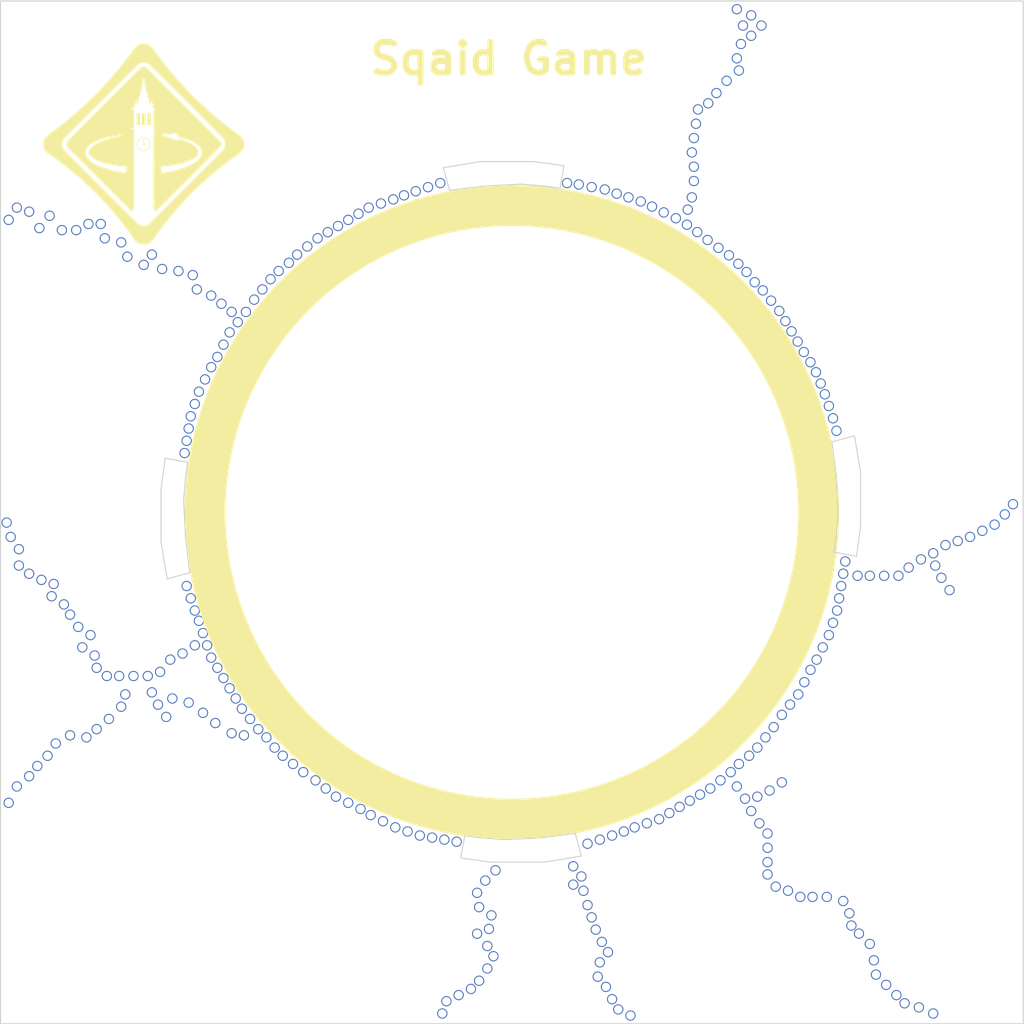
<source format=kicad_pcb>
(kicad_pcb (version 20240108) (generator "pcbnew") (generator_version "8.0")
  (layers (0 "F.Cu" signal) (31 "B.Cu" signal) (34 "B.Paste" user) (35 "F.Paste" user) (36 "B.SilkS" user "B.Silkscreen") (37 "F.SilkS" user "F.Silkscreen") (38 "B.Mask" user) (39 "F.Mask" user) (44 "Edge.Cuts" user))
  (net 0 "")
  (footprint "LOGO" (layer "F.Cu") (at 88.999608 89.704681)
    (property "Reference" "G***" (hide yes))
    (property "Value" "LOGO" (hide yes))
  )
  (gr_circle (center 106.999608 107.704681) (end 121.999608 107.704681) (stroke (width 2)) (fill none) (layer "F.SilkS"))
  (gr_line (start 91.049608 105.954681) (end 91.149608 105.254681) (stroke (width 0.05)) (layer "Edge.Cuts"))
  (gr_line (start 90.149608 110.954681) (end 91.249608 110.654681) (stroke (width 0.05)) (layer "Edge.Cuts"))
  (gr_line (start 122.949608 107.754681) (end 122.849608 108.954681) (stroke (width 0.05)) (layer "Edge.Cuts"))
  (gr_line (start 105.449608 90.554681) (end 103.649608 90.854681) (stroke (width 0.05)) (layer "Edge.Cuts"))
  (gr_line (start 122.849608 105.954681) (end 122.949608 107.754681) (stroke (width 0.05)) (layer "Edge.Cuts"))
  (gr_line (start 122.649608 104.254681) (end 122.849608 105.954681) (stroke (width 0.05)) (layer "Edge.Cuts"))
  (gr_line (start 89.849608 109.154681) (end 90.149608 110.954681) (stroke (width 0.05)) (layer "Edge.Cuts"))
  (gr_line (start 105.649608 91.754681) (end 107.449608 91.654681) (stroke (width 0.05)) (layer "Edge.Cuts"))
  (gr_line (start 110.099608 123.404681) (end 108.399608 123.604681) (stroke (width 0.05)) (layer "Edge.Cuts"))
  (gr_line (start 107.449608 91.654681) (end 108.649608 91.754681) (stroke (width 0.05)) (layer "Edge.Cuts"))
  (gr_line (start 106.599608 123.704681) (end 105.399608 123.604681) (stroke (width 0.05)) (layer "Edge.Cuts"))
  (gr_line (start 122.849608 108.954681) (end 122.749608 109.654681) (stroke (width 0.05)) (layer "Edge.Cuts"))
  (gr_line (start 131.999608 82.704681) (end 131.999608 132.704681) (stroke (width 0.05)) (layer "Edge.Cuts"))
  (gr_line (start 108.049608 90.554681) (end 105.449608 90.554681) (stroke (width 0.05)) (layer "Edge.Cuts"))
  (gr_line (start 108.649608 91.754681) (end 109.349608 91.854681) (stroke (width 0.05)) (layer "Edge.Cuts"))
  (gr_line (start 91.249608 110.654681) (end 91.049608 108.954681) (stroke (width 0.05)) (layer "Edge.Cuts"))
  (gr_line (start 123.749608 103.954681) (end 122.649608 104.254681) (stroke (width 0.05)) (layer "Edge.Cuts"))
  (gr_line (start 122.749608 109.654681) (end 123.849608 109.854681) (stroke (width 0.05)) (layer "Edge.Cuts"))
  (gr_line (start 124.049608 108.354681) (end 124.049608 105.754681) (stroke (width 0.05)) (layer "Edge.Cuts"))
  (gr_line (start 90.949608 107.154681) (end 91.049608 105.954681) (stroke (width 0.05)) (layer "Edge.Cuts"))
  (gr_line (start 91.149608 105.254681) (end 90.049608 105.054681) (stroke (width 0.05)) (layer "Edge.Cuts"))
  (gr_line (start 131.999608 82.704681) (end 81.999608 82.704681) (stroke (width 0.05)) (layer "Edge.Cuts"))
  (gr_line (start 81.999608 82.704681) (end 81.999608 132.704681) (stroke (width 0.05)) (layer "Edge.Cuts"))
  (gr_line (start 105.999608 124.804681) (end 108.599608 124.804681) (stroke (width 0.05)) (layer "Edge.Cuts"))
  (gr_line (start 131.999608 132.704681) (end 81.999608 132.704681) (stroke (width 0.05)) (layer "Edge.Cuts"))
  (gr_line (start 104.699608 123.504681) (end 104.499608 124.604681) (stroke (width 0.05)) (layer "Edge.Cuts"))
  (gr_line (start 109.549608 90.754681) (end 108.049608 90.554681) (stroke (width 0.05)) (layer "Edge.Cuts"))
  (gr_line (start 108.399608 123.604681) (end 106.599608 123.704681) (stroke (width 0.05)) (layer "Edge.Cuts"))
  (gr_line (start 103.949608 91.954681) (end 105.649608 91.754681) (stroke (width 0.05)) (layer "Edge.Cuts"))
  (gr_line (start 123.849608 109.854681) (end 124.049608 108.354681) (stroke (width 0.05)) (layer "Edge.Cuts"))
  (gr_line (start 90.049608 105.054681) (end 89.849608 106.554681) (stroke (width 0.05)) (layer "Edge.Cuts"))
  (gr_line (start 105.399608 123.604681) (end 104.699608 123.504681) (stroke (width 0.05)) (layer "Edge.Cuts"))
  (gr_line (start 104.499608 124.604681) (end 105.999608 124.804681) (stroke (width 0.05)) (layer "Edge.Cuts"))
  (gr_line (start 91.049608 108.954681) (end 90.949608 107.154681) (stroke (width 0.05)) (layer "Edge.Cuts"))
  (gr_line (start 89.849608 106.554681) (end 89.849608 109.154681) (stroke (width 0.05)) (layer "Edge.Cuts"))
  (gr_line (start 110.399608 124.504681) (end 110.099608 123.404681) (stroke (width 0.05)) (layer "Edge.Cuts"))
  (gr_line (start 103.649608 90.854681) (end 103.949608 91.954681) (stroke (width 0.05)) (layer "Edge.Cuts"))
  (gr_line (start 124.049608 105.754681) (end 123.749608 103.954681) (stroke (width 0.05)) (layer "Edge.Cuts"))
  (gr_line (start 109.349608 91.854681) (end 109.549608 90.754681) (stroke (width 0.05)) (layer "Edge.Cuts"))
  (gr_line (start 108.599608 124.804681) (end 110.399608 124.504681) (stroke (width 0.05)) (layer "Edge.Cuts"))
  (gr_text "Sqaid Game" (at 99.899608 86.404681 0) (layer "F.SilkS") (effects (font (size 1.5 1.5) (thickness 0.3) (bold yes)) (justify left bottom)))
  (via (at 110.899608 127.504681) (size 0.5) (drill 0.4) (layers "F.Cu" "B.Cu") (net 0))
  (via (at 116.064542 94.001779) (size 0.5) (drill 0.4) (layers "F.Cu" "B.Cu") (net 0))
  (via (at 92.299608 114.804681) (size 0.5) (drill 0.4) (layers "F.Cu" "B.Cu") (net 0))
  (via (at 102.899608 91.804681) (size 0.5) (drill 0.4) (layers "F.Cu" "B.Cu") (net 0))
  (via (at 110.699608 126.904681) (size 0.5) (drill 0.4) (layers "F.Cu" "B.Cu") (net 0))
  (via (at 112.122647 92.122149) (size 0.5) (drill 0.4) (layers "F.Cu" "B.Cu") (net 0))
  (via (at 123.199608 110.704681) (size 0.5) (drill 0.4) (layers "F.Cu" "B.Cu") (net 0))
  (via (at 83.399608 120.604681) (size 0.5) (drill 0.4) (layers "F.Cu" "B.Cu") (net 0))
  (via (at 112.999608 123.104681) (size 0.5) (drill 0.4) (layers "F.Cu" "B.Cu") (net 0))
  (via (at 111.099608 128.104681) (size 0.5) (drill 0.4) (layers "F.Cu" "B.Cu") (net 0))
  (via (at 98.999608 93.404681) (size 0.5) (drill 0.4) (layers "F.Cu" "B.Cu") (net 0))
  (via (at 115.799608 90.104681) (size 0.5) (drill 0.4) (layers "F.Cu" "B.Cu") (net 0))
  (via (at 128.199608 109.304681) (size 0.5) (drill 0.4) (layers "F.Cu" "B.Cu") (net 0))
  (via (at 86.699608 118.304681) (size 0.5) (drill 0.4) (layers "F.Cu" "B.Cu") (net 0))
  (via (at 116.599608 87.704681) (size 0.5) (drill 0.4) (layers "F.Cu" "B.Cu") (net 0))
  (via (at 122.699608 103.104681) (size 0.5) (drill 0.4) (layers "F.Cu" "B.Cu") (net 0))
  (via (at 98.499608 93.704681) (size 0.5) (drill 0.4) (layers "F.Cu" "B.Cu") (net 0))
  (via (at 111.299608 123.704681) (size 0.5) (drill 0.4) (layers "F.Cu" "B.Cu") (net 0))
  (via (at 117.499608 86.604681) (size 0.5) (drill 0.4) (layers "F.Cu" "B.Cu") (net 0))
  (via (at 115.899608 90.804681) (size 0.5) (drill 0.4) (layers "F.Cu" "B.Cu") (net 0))
  (via (at 118.099608 86.104681) (size 0.5) (drill 0.4) (layers "F.Cu" "B.Cu") (net 0))
  (via (at 109.999608 125.904681) (size 0.5) (drill 0.4) (layers "F.Cu" "B.Cu") (net 0))
  (via (at 112.699608 92.304681) (size 0.5) (drill 0.4) (layers "F.Cu" "B.Cu") (net 0))
  (via (at 92.899608 99.504681) (size 0.5) (drill 0.4) (layers "F.Cu" "B.Cu") (net 0))
  (via (at 82.899608 110.304681) (size 0.5) (drill 0.4) (layers "F.Cu" "B.Cu") (net 0))
  (via (at 120.199608 117.604681) (size 0.5) (drill 0.4) (layers "F.Cu" "B.Cu") (net 0))
  (via (at 82.799608 121.104681) (size 0.5) (drill 0.4) (layers "F.Cu" "B.Cu") (net 0))
  (via (at 106.199608 125.204681) (size 0.5) (drill 0.4) (layers "F.Cu" "B.Cu") (net 0))
  (via (at 84.999608 93.904681) (size 0.5) (drill 0.4) (layers "F.Cu" "B.Cu") (net 0))
  (via (at 116.999608 87.204681) (size 0.5) (drill 0.4) (layers "F.Cu" "B.Cu") (net 0))
  (via (at 100.599608 92.604681) (size 0.5) (drill 0.4) (layers "F.Cu" "B.Cu") (net 0))
  (via (at 85.099608 112.204681) (size 0.5) (drill 0.4) (layers "F.Cu" "B.Cu") (net 0))
  (via (at 89.199608 115.704681) (size 0.5) (drill 0.4) (layers "F.Cu" "B.Cu") (net 0))
  (via (at 105.879584 128.069686) (size 0.5) (drill 0.4) (layers "F.Cu" "B.Cu") (net 0))
  (via (at 102.499608 123.504681) (size 0.5) (drill 0.4) (layers "F.Cu" "B.Cu") (net 0))
  (via (at 105.799608 128.904681) (size 0.5) (drill 0.4) (layers "F.Cu" "B.Cu") (net 0))
  (via (at 109.999608 125.004681) (size 0.5) (drill 0.4) (layers "F.Cu" "B.Cu") (net 0))
  (via (at 98.399608 121.604681) (size 0.5) (drill 0.4) (layers "F.Cu" "B.Cu") (net 0))
  (via (at 86.699608 115.304681) (size 0.5) (drill 0.4) (layers "F.Cu" "B.Cu") (net 0))
  (via (at 91.199608 117.004681) (size 0.5) (drill 0.4) (layers "F.Cu" "B.Cu") (net 0))
  (via (at 93.199608 116.304681) (size 0.5) (drill 0.4) (layers "F.Cu" "B.Cu") (net 0))
  (via (at 93.599608 98.404681) (size 0.5) (drill 0.4) (layers "F.Cu" "B.Cu") (net 0))
  (via (at 127.599608 132.204681) (size 0.5) (drill 0.4) (layers "F.Cu" "B.Cu") (net 0))
  (via (at 92.599608 115.304681) (size 0.5) (drill 0.4) (layers "F.Cu" "B.Cu") (net 0))
  (via (at 101.299608 123.104681) (size 0.5) (drill 0.4) (layers "F.Cu" "B.Cu") (net 0))
  (via (at 121.099608 126.504681) (size 0.5) (drill 0.4) (layers "F.Cu" "B.Cu") (net 0))
  (via (at 96.499608 95.104681) (size 0.5) (drill 0.4) (layers "F.Cu" "B.Cu") (net 0))
  (via (at 131.099608 107.804681) (size 0.5) (drill 0.4) (layers "F.Cu" "B.Cu") (net 0))
  (via (at 126.399608 110.404681) (size 0.5) (drill 0.4) (layers "F.Cu" "B.Cu") (net 0))
  (via (at 86.899608 93.604681) (size 0.5) (drill 0.4) (layers "F.Cu" "B.Cu") (net 0))
  (via (at 120.999608 116.604681) (size 0.5) (drill 0.4) (layers "F.Cu" "B.Cu") (net 0))
  (via (at 97.999608 94.004681) (size 0.5) (drill 0.4) (layers "F.Cu" "B.Cu") (net 0))
  (via (at 91.999608 101.204681) (size 0.5) (drill 0.4) (layers "F.Cu" "B.Cu") (net 0))
  (via (at 112.47415 123.306236) (size 0.5) (drill 0.4) (layers "F.Cu" "B.Cu") (net 0))
  (via (at 124.699608 129.604681) (size 0.5) (drill 0.4) (layers "F.Cu" "B.Cu") (net 0))
  (via (at 117.09948 94.772909) (size 0.5) (drill 0.4) (layers "F.Cu" "B.Cu") (net 0))
  (via (at 84.499608 111.804681) (size 0.5) (drill 0.4) (layers "F.Cu" "B.Cu") (net 0))
  (via (at 85.799608 113.304681) (size 0.5) (drill 0.4) (layers "F.Cu" "B.Cu") (net 0))
  (via (at 111.699608 129.204681) (size 0.5) (drill 0.4) (layers "F.Cu" "B.Cu") (net 0))
  (via (at 94.599608 118.304681) (size 0.5) (drill 0.4) (layers "F.Cu" "B.Cu") (net 0))
  (via (at 105.399608 127.004681) (size 0.5) (drill 0.4) (layers "F.Cu" "B.Cu") (net 0))
  (via (at 122.699608 113.104681) (size 0.5) (drill 0.4) (layers "F.Cu" "B.Cu") (net 0))
  (via (at 99.599608 122.204681) (size 0.5) (drill 0.4) (layers "F.Cu" "B.Cu") (net 0))
  (via (at 87.199608 115.704681) (size 0.5) (drill 0.4) (layers "F.Cu" "B.Cu") (net 0))
  (via (at 86.399608 113.704681) (size 0.5) (drill 0.4) (layers "F.Cu" "B.Cu") (net 0))
  (via (at 82.799608 92.804681) (size 0.5) (drill 0.4) (layers "F.Cu" "B.Cu") (net 0))
  (via (at 92.499608 118.004681) (size 0.5) (drill 0.4) (layers "F.Cu" "B.Cu") (net 0))
  (via (at 89.699608 117.104681) (size 0.5) (drill 0.4) (layers "F.Cu" "B.Cu") (net 0))
  (via (at 121.27323 99.865106) (size 0.5) (drill 0.4) (layers "F.Cu" "B.Cu") (net 0))
  (via (at 99.999608 92.804681) (size 0.5) (drill 0.4) (layers "F.Cu" "B.Cu") (net 0))
  (via (at 82.899608 109.504681) (size 0.5) (drill 0.4) (layers "F.Cu" "B.Cu") (net 0))
  (via (at 122.301163 101.930139) (size 0.5) (drill 0.4) (layers "F.Cu" "B.Cu") (net 0))
  (via (at 115.899608 89.404681) (size 0.5) (drill 0.4) (layers "F.Cu" "B.Cu") (net 0))
  (via (at 91.599608 96.804681) (size 0.5) (drill 0.4) (layers "F.Cu" "B.Cu") (net 0))
  (via (at 90.999608 104.804681) (size 0.5) (drill 0.4) (layers "F.Cu" "B.Cu") (net 0))
  (via (at 118.699608 84.404681) (size 0.5) (drill 0.4) (layers "F.Cu" "B.Cu") (net 0))
  (via (at 105.699608 125.704681) (size 0.5) (drill 0.4) (layers "F.Cu" "B.Cu") (net 0))
  (via (at 118.299608 83.904681) (size 0.5) (drill 0.4) (layers "F.Cu" "B.Cu") (net 0))
  (via (at 89.399608 95.104681) (size 0.5) (drill 0.4) (layers "F.Cu" "B.Cu") (net 0))
  (via (at 117.199608 120.804681) (size 0.5) (drill 0.4) (layers "F.Cu" "B.Cu") (net 0))
  (via (at 122.870345 103.715128) (size 0.5) (drill 0.4) (layers "F.Cu" "B.Cu") (net 0))
  (via (at 119.271554 96.853314) (size 0.5) (drill 0.4) (layers "F.Cu" "B.Cu") (net 0))
  (via (at 125.799608 131.304681) (size 0.5) (drill 0.4) (layers "F.Cu" "B.Cu") (net 0))
  (via (at 94.199608 117.804681) (size 0.5) (drill 0.4) (layers "F.Cu" "B.Cu") (net 0))
  (via (at 95.199608 96.304681) (size 0.5) (drill 0.4) (layers "F.Cu" "B.Cu") (net 0))
  (via (at 124.499608 128.804681) (size 0.5) (drill 0.4) (layers "F.Cu" "B.Cu") (net 0))
  (via (at 104.399608 131.304681) (size 0.5) (drill 0.4) (layers "F.Cu" "B.Cu") (net 0))
  (via (at 91.099608 104.204681) (size 0.5) (drill 0.4) (layers "F.Cu" "B.Cu") (net 0))
  (via (at 91.499608 112.504681) (size 0.5) (drill 0.4) (layers "F.Cu" "B.Cu") (net 0))
  (via (at 92.799608 97.504681) (size 0.5) (drill 0.4) (layers "F.Cu" "B.Cu") (net 0))
  (via (at 114.699608 122.404681) (size 0.5) (drill 0.4) (layers "F.Cu" "B.Cu") (net 0))
  (via (at 92.099608 114.204681) (size 0.5) (drill 0.4) (layers "F.Cu" "B.Cu") (net 0))
  (via (at 116.569328 94.387344) (size 0.5) (drill 0.4) (layers "F.Cu" "B.Cu") (net 0))
  (via (at 122.199608 114.304681) (size 0.5) (drill 0.4) (layers "F.Cu" "B.Cu") (net 0))
  (via (at 95.799608 119.604681) (size 0.5) (drill 0.4) (layers "F.Cu" "B.Cu") (net 0))
  (via (at 115.559756 93.64158) (size 0.5) (drill 0.4) (layers "F.Cu" "B.Cu") (net 0))
  (via (at 128.799608 109.104681) (size 0.5) (drill 0.4) (layers "F.Cu" "B.Cu") (net 0))
  (via (at 119.499608 125.404681) (size 0.5) (drill 0.4) (layers "F.Cu" "B.Cu") (net 0))
  (via (at 85.399608 118.604681) (size 0.5) (drill 0.4) (layers "F.Cu" "B.Cu") (net 0))
  (via (at 91.499608 102.404681) (size 0.5) (drill 0.4) (layers "F.Cu" "B.Cu") (net 0))
  (via (at 111.541763 91.91922) (size 0.5) (drill 0.4) (layers "F.Cu" "B.Cu") (net 0))
  (via (at 120.499608 126.204681) (size 0.5) (drill 0.4) (layers "F.Cu" "B.Cu") (net 0))
  (via (at 119.899608 126.004681) (size 0.5) (drill 0.4) (layers "F.Cu" "B.Cu") (net 0))
  (via (at 118.599608 119.604681) (size 0.5) (drill 0.4) (layers "F.Cu" "B.Cu") (net 0))
  (via (at 116.699608 121.204681) (size 0.5) (drill 0.4) (layers "F.Cu" "B.Cu") (net 0))
  (via (at 110.499608 126.204681) (size 0.5) (drill 0.4) (layers "F.Cu" "B.Cu") (net 0))
  (via (at 105.299608 128.304681) (size 0.5) (drill 0.4) (layers "F.Cu" "B.Cu") (net 0))
  (via (at 116.199608 121.504681) (size 0.5) (drill 0.4) (layers "F.Cu" "B.Cu") (net 0))
  (via (at 84.299608 119.604681) (size 0.5) (drill 0.4) (layers "F.Cu" "B.Cu") (net 0))
  (via (at 93.899608 118.604681) (size 0.5) (drill 0.4) (layers "F.Cu" "B.Cu") (net 0))
  (via (at 88.999608 95.604681) (size 0.5) (drill 0.4) (layers "F.Cu" "B.Cu") (net 0))
  (via (at 114.199608 122.704681) (size 0.5) (drill 0.4) (layers "F.Cu" "B.Cu") (net 0))
  (via (at 94.799608 96.804681) (size 0.5) (drill 0.4) (layers "F.Cu" "B.Cu") (net 0))
  (via (at 120.199608 120.904681) (size 0.5) (drill 0.4) (layers "F.Cu" "B.Cu") (net 0))
  (via (at 120.599608 117.104681) (size 0.5) (drill 0.4) (layers "F.Cu" "B.Cu") (net 0))
  (via (at 94.399608 97.304681) (size 0.5) (drill 0.4) (layers "F.Cu" "B.Cu") (net 0))
  (via (at 103.599608 132.204681) (size 0.5) (drill 0.4) (layers "F.Cu" "B.Cu") (net 0))
  (via (at 105.399608 130.604681) (size 0.5) (drill 0.4) (layers "F.Cu" "B.Cu") (net 0))
  (via (at 123.899608 110.804681) (size 0.5) (drill 0.4) (layers "F.Cu" "B.Cu") (net 0))
  (via (at 119.399608 118.704681) (size 0.5) (drill 0.4) (layers "F.Cu" "B.Cu") (net 0))
  (via (at 122.499608 113.704681) (size 0.5) (drill 0.4) (layers "F.Cu" "B.Cu") (net 0))
  (via (at 93.299608 97.904681) (size 0.5) (drill 0.4) (layers "F.Cu" "B.Cu") (net 0))
  (via (at 92.599608 100.104681) (size 0.5) (drill 0.4) (layers "F.Cu" "B.Cu") (net 0))
  (via (at 83.399608 110.704681) (size 0.5) (drill 0.4) (layers "F.Cu" "B.Cu") (net 0))
  (via (at 115.016921 93.324504) (size 0.5) (drill 0.4) (layers "F.Cu" "B.Cu") (net 0))
  (via (at 95.399608 119.204681) (size 0.5) (drill 0.4) (layers "F.Cu" "B.Cu") (net 0))
  (via (at 123.499608 127.304681) (size 0.5) (drill 0.4) (layers "F.Cu" "B.Cu") (net 0))
  (via (at 119.599608 121.304681) (size 0.5) (drill 0.4) (layers "F.Cu" "B.Cu") (net 0))
  (via (at 112.199608 132.004681) (size 0.5) (drill 0.4) (layers "F.Cu" "B.Cu") (net 0))
  (via (at 115.899608 91.504681) (size 0.5) (drill 0.4) (layers "F.Cu" "B.Cu") (net 0))
  (via (at 119.099608 122.904681) (size 0.5) (drill 0.4) (layers "F.Cu" "B.Cu") (net 0))
  (via (at 105.999608 127.404681) (size 0.5) (drill 0.4) (layers "F.Cu" "B.Cu") (net 0))
  (via (at 100.699608 122.804681) (size 0.5) (drill 0.4) (layers "F.Cu" "B.Cu") (net 0))
  (via (at 93.499608 116.804681) (size 0.5) (drill 0.4) (layers "F.Cu" "B.Cu") (net 0))
  (via (at 99.499608 93.104681) (size 0.5) (drill 0.4) (layers "F.Cu" "B.Cu") (net 0))
  (via (at 111.199608 130.404681) (size 0.5) (drill 0.4) (layers "F.Cu" "B.Cu") (net 0))
  (via (at 100.099608 122.504681) (size 0.5) (drill 0.4) (layers "F.Cu" "B.Cu") (net 0))
  (via (at 119.499608 124.804681) (size 0.5) (drill 0.4) (layers "F.Cu" "B.Cu") (net 0))
  (via (at 118.871554 96.453314) (size 0.5) (drill 0.4) (layers "F.Cu" "B.Cu") (net 0))
  (via (at 109.699608 91.604681) (size 0.5) (drill 0.4) (layers "F.Cu" "B.Cu") (net 0))
  (via (at 83.799608 120.104681) (size 0.5) (drill 0.4) (layers "F.Cu" "B.Cu") (net 0))
  (via (at 110.399608 125.504681) (size 0.5) (drill 0.4) (layers "F.Cu" "B.Cu") (net 0))
  (via (at 111.299608 129.704681) (size 0.5) (drill 0.4) (layers "F.Cu" "B.Cu") (net 0))
  (via (at 118.399608 121.704681) (size 0.5) (drill 0.4) (layers "F.Cu" "B.Cu") (net 0))
  (via (at 111.899608 131.504681) (size 0.5) (drill 0.4) (layers "F.Cu" "B.Cu") (net 0))
  (via (at 104.299608 123.804681) (size 0.5) (drill 0.4) (layers "F.Cu" "B.Cu") (net 0))
  (via (at 96.299608 120.004681) (size 0.5) (drill 0.4) (layers "F.Cu" "B.Cu") (net 0))
  (via (at 123.199608 126.704681) (size 0.5) (drill 0.4) (layers "F.Cu" "B.Cu") (net 0))
  (via (at 120.071554 97.853314) (size 0.5) (drill 0.4) (layers "F.Cu" "B.Cu") (net 0))
  (via (at 93.299608 118.504681) (size 0.5) (drill 0.4) (layers "F.Cu" "B.Cu") (net 0))
  (via (at 83.899608 93.804681) (size 0.5) (drill 0.4) (layers "F.Cu" "B.Cu") (net 0))
  (via (at 92.299608 100.604681) (size 0.5) (drill 0.4) (layers "F.Cu" "B.Cu") (net 0))
  (via (at 104.999608 131.004681) (size 0.5) (drill 0.4) (layers "F.Cu" "B.Cu") (net 0))
  (via (at 92.899608 115.804681) (size 0.5) (drill 0.4) (layers "F.Cu" "B.Cu") (net 0))
  (via (at 110.9 91.8) (size 0.5) (drill 0.4) (layers "F.Cu" "B.Cu") (net 0))
  (via (at 91.399608 96.104681) (size 0.5) (drill 0.4) (layers "F.Cu" "B.Cu") (net 0))
  (via (at 102.299608 92.004681) (size 0.5) (drill 0.4) (layers "F.Cu" "B.Cu") (net 0))
  (via (at 83.999608 111.004681) (size 0.5) (drill 0.4) (layers "F.Cu" "B.Cu") (net 0))
  (via (at 121.599608 115.404681) (size 0.5) (drill 0.4) (layers "F.Cu" "B.Cu") (net 0))
  (via (at 123.599608 127.904681) (size 0.5) (drill 0.4) (layers "F.Cu" "B.Cu") (net 0))
  (via (at 110.699608 123.904681) (size 0.5) (drill 0.4) (layers "F.Cu" "B.Cu") (net 0))
  (via (at 118.199608 84.804681) (size 0.5) (drill 0.4) (layers "F.Cu" "B.Cu") (net 0))
  (via (at 84.699608 119.004681) (size 0.5) (drill 0.4) (layers "F.Cu" "B.Cu") (net 0))
  (via (at 126.999608 110.004681) (size 0.5) (drill 0.4) (layers "F.Cu" "B.Cu") (net 0))
  (via (at 123.299608 110.104681) (size 0.5) (drill 0.4) (layers "F.Cu" "B.Cu") (net 0))
  (via (at 94.999608 118.704681) (size 0.5) (drill 0.4) (layers "F.Cu" "B.Cu") (net 0))
  (via (at 91.899608 117.504681) (size 0.5) (drill 0.4) (layers "F.Cu" "B.Cu") (net 0))
  (via (at 103.699608 123.704681) (size 0.5) (drill 0.4) (layers "F.Cu" "B.Cu") (net 0))
  (via (at 105.799608 130.004681) (size 0.5) (drill 0.4) (layers "F.Cu" "B.Cu") (net 0))
  (via (at 88.499608 115.704681) (size 0.5) (drill 0.4) (layers "F.Cu" "B.Cu") (net 0))
  (via (at 125.899608 110.804681) (size 0.5) (drill 0.4) (layers "F.Cu" "B.Cu") (net 0))
  (via (at 86.199608 118.704681) (size 0.5) (drill 0.4) (layers "F.Cu" "B.Cu") (net 0))
  (via (at 121.868157 100.852589) (size 0.5) (drill 0.4) (layers "F.Cu" "B.Cu") (net 0))
  (via (at 87.899608 117.204681) (size 0.5) (drill 0.4) (layers "F.Cu" "B.Cu") (net 0))
  (via (at 117.699608 120.404681) (size 0.5) (drill 0.4) (layers "F.Cu" "B.Cu") (net 0))
  (via (at 110.27092 91.675706) (size 0.5) (drill 0.4) (layers "F.Cu" "B.Cu") (net 0))
  (via (at 115.799608 92.304681) (size 0.5) (drill 0.4) (layers "F.Cu" "B.Cu") (net 0))
  (via (at 87.799608 115.704681) (size 0.5) (drill 0.4) (layers "F.Cu" "B.Cu") (net 0))
  (via (at 119.499608 124.104681) (size 0.5) (drill 0.4) (layers "F.Cu" "B.Cu") (net 0))
  (via (at 120.671554 98.853314) (size 0.5) (drill 0.4) (layers "F.Cu" "B.Cu") (net 0))
  (via (at 127.699608 110.304681) (size 0.5) (drill 0.4) (layers "F.Cu" "B.Cu") (net 0))
  (via (at 84.599608 111.204681) (size 0.5) (drill 0.4) (layers "F.Cu" "B.Cu") (net 0))
  (via (at 82.499608 108.904681) (size 0.5) (drill 0.4) (layers "F.Cu" "B.Cu") (net 0))
  (via (at 129.399608 108.904681) (size 0.5) (drill 0.4) (layers "F.Cu" "B.Cu") (net 0))
  (via (at 113.599608 122.904681) (size 0.5) (drill 0.4) (layers "F.Cu" "B.Cu") (net 0))
  (via (at 127.599608 109.704681) (size 0.5) (drill 0.4) (layers "F.Cu" "B.Cu") (net 0))
  (via (at 115.699608 121.804681) (size 0.5) (drill 0.4) (layers "F.Cu" "B.Cu") (net 0))
  (via (at 86.599608 114.704681) (size 0.5) (drill 0.4) (layers "F.Cu" "B.Cu") (net 0))
  (via (at 125.299608 130.804681) (size 0.5) (drill 0.4) (layers "F.Cu" "B.Cu") (net 0))
  (via (at 127.999608 110.904681) (size 0.5) (drill 0.4) (layers "F.Cu" "B.Cu") (net 0))
  (via (at 113.852616 92.753766) (size 0.5) (drill 0.4) (layers "F.Cu" "B.Cu") (net 0))
  (via (at 90.699608 95.904681) (size 0.5) (drill 0.4) (layers "F.Cu" "B.Cu") (net 0))
  (via (at 115.999608 88.704681) (size 0.5) (drill 0.4) (layers "F.Cu" "B.Cu") (net 0))
  (via (at 121.595894 100.362177) (size 0.5) (drill 0.4) (layers "F.Cu" "B.Cu") (net 0))
  (via (at 101.725066 92.203126) (size 0.5) (drill 0.4) (layers "F.Cu" "B.Cu") (net 0))
  (via (at 96.099608 95.504681) (size 0.5) (drill 0.4) (layers "F.Cu" "B.Cu") (net 0))
  (via (at 93.799608 117.304681) (size 0.5) (drill 0.4) (layers "F.Cu" "B.Cu") (net 0))
  (via (at 124.499608 110.804681) (size 0.5) (drill 0.4) (layers "F.Cu" "B.Cu") (net 0))
  (via (at 125.199608 110.804681) (size 0.5) (drill 0.4) (layers "F.Cu" "B.Cu") (net 0))
  (via (at 111.399608 128.704681) (size 0.5) (drill 0.4) (layers "F.Cu" "B.Cu") (net 0))
  (via (at 130.599608 108.304681) (size 0.5) (drill 0.4) (layers "F.Cu" "B.Cu") (net 0))
  (via (at 88.199608 95.204681) (size 0.5) (drill 0.4) (layers "F.Cu" "B.Cu") (net 0))
  (via (at 83.399608 93.004681) (size 0.5) (drill 0.4) (layers "F.Cu" "B.Cu") (net 0))
  (via (at 84.399608 93.204681) (size 0.5) (drill 0.4) (layers "F.Cu" "B.Cu") (net 0))
  (via (at 119.199608 83.904681) (size 0.5) (drill 0.4) (layers "F.Cu" "B.Cu") (net 0))
  (via (at 116.099608 88.004681) (size 0.5) (drill 0.4) (layers "F.Cu" "B.Cu") (net 0))
  (via (at 118.699608 122.304681) (size 0.5) (drill 0.4) (layers "F.Cu" "B.Cu") (net 0))
  (via (at 123.969812 128.298949) (size 0.5) (drill 0.4) (layers "F.Cu" "B.Cu") (net 0))
  (via (at 103.099608 123.604681) (size 0.5) (drill 0.4) (layers "F.Cu" "B.Cu") (net 0))
  (via (at 111.899608 123.504681) (size 0.5) (drill 0.4) (layers "F.Cu" "B.Cu") (net 0))
  (via (at 118.099608 120.004681) (size 0.5) (drill 0.4) (layers "F.Cu" "B.Cu") (net 0))
  (via (at 128.399608 111.504681) (size 0.5) (drill 0.4) (layers "F.Cu" "B.Cu") (net 0))
  (via (at 124.799608 130.304681) (size 0.5) (drill 0.4) (layers "F.Cu" "B.Cu") (net 0))
  (via (at 114.425891 93.040403) (size 0.5) (drill 0.4) (layers "F.Cu" "B.Cu") (net 0))
  (via (at 88.099608 116.604681) (size 0.5) (drill 0.4) (layers "F.Cu" "B.Cu") (net 0))
  (via (at 122.999608 111.904681) (size 0.5) (drill 0.4) (layers "F.Cu" "B.Cu") (net 0))
  (via (at 118.071554 95.553314) (size 0.5) (drill 0.4) (layers "F.Cu" "B.Cu") (net 0))
  (via (at 117.999608 121.104681) (size 0.5) (drill 0.4) (layers "F.Cu" "B.Cu") (net 0))
  (via (at 96.999608 94.704681) (size 0.5) (drill 0.4) (layers "F.Cu" "B.Cu") (net 0))
  (via (at 101.899608 123.304681) (size 0.5) (drill 0.4) (layers "F.Cu" "B.Cu") (net 0))
  (via (at 93.999608 97.904681) (size 0.5) (drill 0.4) (layers "F.Cu" "B.Cu") (net 0))
  (via (at 91.199608 103.604681) (size 0.5) (drill 0.4) (layers "F.Cu" "B.Cu") (net 0))
  (via (at 87.899608 94.504681) (size 0.5) (drill 0.4) (layers "F.Cu" "B.Cu") (net 0))
  (via (at 105.299608 126.304681) (size 0.5) (drill 0.4) (layers "F.Cu" "B.Cu") (net 0))
  (via (at 87.099608 94.304681) (size 0.5) (drill 0.4) (layers "F.Cu" "B.Cu") (net 0))
  (via (at 126.199608 131.704681) (size 0.5) (drill 0.4) (layers "F.Cu" "B.Cu") (net 0))
  (via (at 93.199608 98.904681) (size 0.5) (drill 0.4) (layers "F.Cu" "B.Cu") (net 0))
  (via (at 90.899608 114.604681) (size 0.5) (drill 0.4) (layers "F.Cu" "B.Cu") (net 0))
  (via (at 119.499608 123.404681) (size 0.5) (drill 0.4) (layers "F.Cu" "B.Cu") (net 0))
  (via (at 87.299608 117.804681) (size 0.5) (drill 0.4) (layers "F.Cu" "B.Cu") (net 0))
  (via (at 126.899608 131.904681) (size 0.5) (drill 0.4) (layers "F.Cu" "B.Cu") (net 0))
  (via (at 106.099608 129.404681) (size 0.5) (drill 0.4) (layers "F.Cu" "B.Cu") (net 0))
  (via (at 115.199608 122.104681) (size 0.5) (drill 0.4) (layers "F.Cu" "B.Cu") (net 0))
  (via (at 122.399608 126.504681) (size 0.5) (drill 0.4) (layers "F.Cu" "B.Cu") (net 0))
  (via (at 91.299608 111.904681) (size 0.5) (drill 0.4) (layers "F.Cu" "B.Cu") (net 0))
  (via (at 123.099608 111.304681) (size 0.5) (drill 0.4) (layers "F.Cu" "B.Cu") (net 0))
  (via (at 89.799608 115.504681) (size 0.5) (drill 0.4) (layers "F.Cu" "B.Cu") (net 0))
  (via (at 91.699608 113.004681) (size 0.5) (drill 0.4) (layers "F.Cu" "B.Cu") (net 0))
  (via (at 90.399608 116.804681) (size 0.5) (drill 0.4) (layers "F.Cu" "B.Cu") (net 0))
  (via (at 120.971554 99.353314) (size 0.5) (drill 0.4) (layers "F.Cu" "B.Cu") (net 0))
  (via (at 91.899608 113.604681) (size 0.5) (drill 0.4) (layers "F.Cu" "B.Cu") (net 0))
  (via (at 112.799608 132.304681) (size 0.5) (drill 0.4) (layers "F.Cu" "B.Cu") (net 0))
  (via (at 85.399608 112.704681) (size 0.5) (drill 0.4) (layers "F.Cu" "B.Cu") (net 0))
  (via (at 103.799608 131.604681) (size 0.5) (drill 0.4) (layers "F.Cu" "B.Cu") (net 0))
  (via (at 82.399608 121.904681) (size 0.5) (drill 0.4) (layers "F.Cu" "B.Cu") (net 0))
  (via (at 101.199608 92.404681) (size 0.5) (drill 0.4) (layers "F.Cu" "B.Cu") (net 0))
  (via (at 97.399608 120.804681) (size 0.5) (drill 0.4) (layers "F.Cu" "B.Cu") (net 0))
  (via (at 118.699608 83.404681) (size 0.5) (drill 0.4) (layers "F.Cu" "B.Cu") (net 0))
  (via (at 91.099608 111.304681) (size 0.5) (drill 0.4) (layers "F.Cu" "B.Cu") (net 0))
  (via (at 121.899608 114.904681) (size 0.5) (drill 0.4) (layers "F.Cu" "B.Cu") (net 0))
  (via (at 131.499608 107.304681) (size 0.5) (drill 0.4) (layers "F.Cu" "B.Cu") (net 0))
  (via (at 90.299608 114.904681) (size 0.5) (drill 0.4) (layers "F.Cu" "B.Cu") (net 0))
  (via (at 91.699608 101.804681) (size 0.5) (drill 0.4) (layers "F.Cu" "B.Cu") (net 0))
  (via (at 111.599608 130.904681) (size 0.5) (drill 0.4) (layers "F.Cu" "B.Cu") (net 0))
  (via (at 86.299608 93.604681) (size 0.5) (drill 0.4) (layers "F.Cu" "B.Cu") (net 0))
  (via (at 91.299608 103.004681) (size 0.5) (drill 0.4) (layers "F.Cu" "B.Cu") (net 0))
  (via (at 121.699608 126.504681) (size 0.5) (drill 0.4) (layers "F.Cu" "B.Cu") (net 0))
  (via (at 85.999608 114.304681) (size 0.5) (drill 0.4) (layers "F.Cu" "B.Cu") (net 0))
  (via (at 97.499608 94.304681) (size 0.5) (drill 0.4) (layers "F.Cu" "B.Cu") (net 0))
  (via (at 117.999608 85.504681) (size 0.5) (drill 0.4) (layers "F.Cu" "B.Cu") (net 0))
  (via (at 118.999608 119.204681) (size 0.5) (drill 0.4) (layers "F.Cu" "B.Cu") (net 0))
  (via (at 97.899608 121.204681) (size 0.5) (drill 0.4) (layers "F.Cu" "B.Cu") (net 0))
  (via (at 122.099608 101.404681) (size 0.5) (drill 0.4) (layers "F.Cu" "B.Cu") (net 0))
  (via (at 85.699608 93.904681) (size 0.5) (drill 0.4) (layers "F.Cu" "B.Cu") (net 0))
  (via (at 122.499608 102.504681) (size 0.5) (drill 0.4) (layers "F.Cu" "B.Cu") (net 0))
  (via (at 122.899608 112.504681) (size 0.5) (drill 0.4) (layers "F.Cu" "B.Cu") (net 0))
  (via (at 95.599608 95.904681) (size 0.5) (drill 0.4) (layers "F.Cu" "B.Cu") (net 0))
  (via (at 119.799608 118.204681) (size 0.5) (drill 0.4) (layers "F.Cu" "B.Cu") (net 0))
  (via (at 115.599608 92.904681) (size 0.5) (drill 0.4) (layers "F.Cu" "B.Cu") (net 0))
  (via (at 98.999608 121.904681) (size 0.5) (drill 0.4) (layers "F.Cu" "B.Cu") (net 0))
  (via (at 91.499608 114.204681) (size 0.5) (drill 0.4) (layers "F.Cu" "B.Cu") (net 0))
  (via (at 90.099608 117.704681) (size 0.5) (drill 0.4) (layers "F.Cu" "B.Cu") (net 0))
  (via (at 89.399608 116.504681) (size 0.5) (drill 0.4) (layers "F.Cu" "B.Cu") (net 0))
  (via (at 113.299608 92.504681) (size 0.5) (drill 0.4) (layers "F.Cu" "B.Cu") (net 0))
  (via (at 121.299608 116.004681) (size 0.5) (drill 0.4) (layers "F.Cu" "B.Cu") (net 0))
  (via (at 96.799608 120.404681) (size 0.5) (drill 0.4) (layers "F.Cu" "B.Cu") (net 0))
  (via (at 129.999608 108.604681) (size 0.5) (drill 0.4) (layers "F.Cu" "B.Cu") (net 0))
  (via (at 89.899608 95.804681) (size 0.5) (drill 0.4) (layers "F.Cu" "B.Cu") (net 0))
  (via (at 117.614412 95.135645) (size 0.5) (drill 0.4) (layers "F.Cu" "B.Cu") (net 0))
  (via (at 118.999608 121.604681) (size 0.5) (drill 0.4) (layers "F.Cu" "B.Cu") (net 0))
  (via (at 92.299608 97.104681) (size 0.5) (drill 0.4) (layers "F.Cu" "B.Cu") (net 0))
  (via (at 117.999608 83.104681) (size 0.5) (drill 0.4) (layers "F.Cu" "B.Cu") (net 0))
  (via (at 103.499608 91.604681) (size 0.5) (drill 0.4) (layers "F.Cu" "B.Cu") (net 0))
  (via (at 82.299608 108.204681) (size 0.5) (drill 0.4) (layers "F.Cu" "B.Cu") (net 0))
  (via (at 120.371554 98.353314) (size 0.5) (drill 0.4) (layers "F.Cu" "B.Cu") (net 0))
  (via (at 118.471554 95.953314) (size 0.5) (drill 0.4) (layers "F.Cu" "B.Cu") (net 0))
  (via (at 82.399608 93.404681) (size 0.5) (drill 0.4) (layers "F.Cu" "B.Cu") (net 0))
  (via (at 119.671554 97.353314) (size 0.5) (drill 0.4) (layers "F.Cu" "B.Cu") (net 0))
)
</source>
